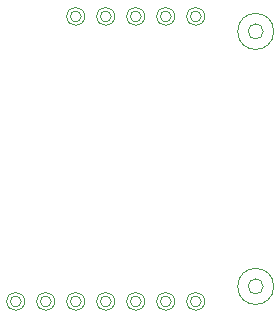
<source format=gbr>
G04 #@! TF.GenerationSoftware,KiCad,Pcbnew,(5.1.5)-2*
G04 #@! TF.CreationDate,2020-04-10T10:41:53+07:00*
G04 #@! TF.ProjectId,KIT_7SegLED_74HC595,4b49545f-3753-4656-974c-45445f373448,rev?*
G04 #@! TF.SameCoordinates,Original*
G04 #@! TF.FileFunction,OtherDrawing,Comment*
%FSLAX46Y46*%
G04 Gerber Fmt 4.6, Leading zero omitted, Abs format (unit mm)*
G04 Created by KiCad (PCBNEW (5.1.5)-2) date 2020-04-10 10:41:53*
%MOMM*%
%LPD*%
G04 APERTURE LIST*
%ADD10C,0.000129*%
G04 APERTURE END LIST*
D10*
X214515700Y-56261000D02*
G75*
G03X214515700Y-56261000I-457200J0D01*
G01*
X219595700Y-56261000D02*
G75*
G03X219595700Y-56261000I-457200J0D01*
G01*
X207200500Y-56261000D02*
G75*
G03X207200500Y-56261000I-762000J0D01*
G01*
X206895700Y-56261000D02*
G75*
G03X206895700Y-56261000I-457200J0D01*
G01*
X211975700Y-32131000D02*
G75*
G03X211975700Y-32131000I-457200J0D01*
G01*
X219900500Y-56261000D02*
G75*
G03X219900500Y-56261000I-762000J0D01*
G01*
X214515700Y-32131000D02*
G75*
G03X214515700Y-32131000I-457200J0D01*
G01*
X219900500Y-32131000D02*
G75*
G03X219900500Y-32131000I-762000J0D01*
G01*
X227393500Y-54991000D02*
G75*
G03X227393500Y-54991000I-635000J0D01*
G01*
X222440500Y-56261000D02*
G75*
G03X222440500Y-56261000I-762000J0D01*
G01*
X222440500Y-32131000D02*
G75*
G03X222440500Y-32131000I-762000J0D01*
G01*
X212280500Y-56261000D02*
G75*
G03X212280500Y-56261000I-762000J0D01*
G01*
X222135700Y-32131000D02*
G75*
G03X222135700Y-32131000I-457200J0D01*
G01*
X212280500Y-32131000D02*
G75*
G03X212280500Y-32131000I-762000J0D01*
G01*
X214820500Y-32131000D02*
G75*
G03X214820500Y-32131000I-762000J0D01*
G01*
X217360500Y-32131000D02*
G75*
G03X217360500Y-32131000I-762000J0D01*
G01*
X219595700Y-32131000D02*
G75*
G03X219595700Y-32131000I-457200J0D01*
G01*
X228282500Y-33401000D02*
G75*
G03X228282500Y-33401000I-1524000J0D01*
G01*
X228282500Y-54991000D02*
G75*
G03X228282500Y-54991000I-1524000J0D01*
G01*
X211975700Y-56261000D02*
G75*
G03X211975700Y-56261000I-457200J0D01*
G01*
X214820500Y-56261000D02*
G75*
G03X214820500Y-56261000I-762000J0D01*
G01*
X217055700Y-32131000D02*
G75*
G03X217055700Y-32131000I-457200J0D01*
G01*
X227393500Y-33401000D02*
G75*
G03X227393500Y-33401000I-635000J0D01*
G01*
X209740500Y-56261000D02*
G75*
G03X209740500Y-56261000I-762000J0D01*
G01*
X209435700Y-56261000D02*
G75*
G03X209435700Y-56261000I-457200J0D01*
G01*
X217055700Y-56261000D02*
G75*
G03X217055700Y-56261000I-457200J0D01*
G01*
X217360500Y-56261000D02*
G75*
G03X217360500Y-56261000I-762000J0D01*
G01*
X222135700Y-56261000D02*
G75*
G03X222135700Y-56261000I-457200J0D01*
G01*
M02*

</source>
